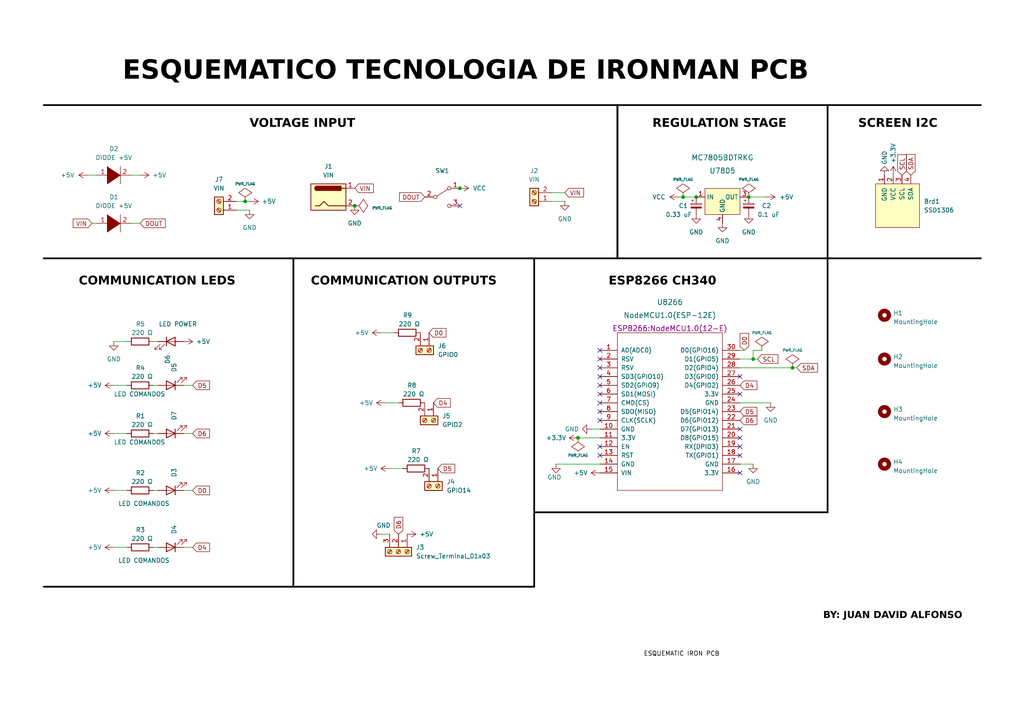
<source format=kicad_sch>
(kicad_sch (version 20230121) (generator eeschema)
  (paper "A4")
  (lib_symbols
    (symbol "Connector:Barrel_Jack" (pin_names (offset 1.016))
      (property "Reference" "J" (at 0 5.334 0))
      (property "Value" "Barrel_Jack" (at 0 -5.08 0))
      (symbol "Barrel_Jack_0_1"
        (rectangle (start -5.08 3.81) (end 5.08 -3.81) (stroke (width 0.254)) (fill (type background)))
        (arc (start -3.302 3.175) (mid -3.9343 2.54) (end -3.302 1.905) (stroke (width 0.254)))
        (arc (start -3.302 3.175) (mid -3.9343 2.54) (end -3.302 1.905) (stroke (width 0.254)) (fill (type outline)))
        (polyline (pts (xy 5.08 2.54) (xy 3.81 2.54)) (stroke (width 0.254)))
        (polyline (pts (xy -3.81 -2.54) (xy -2.54 -2.54) (xy -1.27 -1.27) (xy 0 -2.54) (xy 2.54 -2.54) (xy 5.08 -2.54)) (stroke (width 0.254)))
        (rectangle (start 3.683 3.175) (end -3.302 1.905) (stroke (width 0.254)) (fill (type outline)))
      )
      (symbol "Barrel_Jack_1_1"
        (pin passive line (at 7.62 2.54 180) (length 2.54) (name "~") (number "1"))
        (pin passive line (at 7.62 -2.54 180) (length 2.54) (name "~") (number "2"))
      )
    )
    (symbol "Connector:Screw_Terminal_01x02" (pin_names (offset 1.016) hide)
      (property "Reference" "J" (at 0 2.54 0))
      (property "Value" "Screw_Terminal_01x02" (at 0 -5.08 0))
      (symbol "Screw_Terminal_01x02_1_1"
        (rectangle (start -1.27 1.27) (end 1.27 -3.81) (stroke (width 0.254)) (fill (type background)))
        (circle (center 0 -2.54) (radius 0.635) (stroke (width 0.1524)))
        (polyline (pts (xy -0.5334 -2.2098) (xy 0.3302 -3.048)) (stroke (width 0.1524)))
        (polyline (pts (xy -0.5334 0.3302) (xy 0.3302 -0.508)) (stroke (width 0.1524)))
        (polyline (pts (xy -0.3556 -2.032) (xy 0.508 -2.8702)) (stroke (width 0.1524)))
        (polyline (pts (xy -0.3556 0.508) (xy 0.508 -0.3302)) (stroke (width 0.1524)))
        (circle (center 0 0) (radius 0.635) (stroke (width 0.1524)))
        (pin passive line (at -5.08 0 0) (length 3.81) (name "Pin_1") (number "1"))
        (pin passive line (at -5.08 -2.54 0) (length 3.81) (name "Pin_2") (number "2"))
      )
    )
    (symbol "Connector:Screw_Terminal_01x03" (pin_names (offset 1.016) hide)
      (property "Reference" "J" (at 0 5.08 0))
      (property "Value" "Screw_Terminal_01x03" (at 0 -5.08 0))
      (symbol "Screw_Terminal_01x03_1_1"
        (rectangle (start -1.27 3.81) (end 1.27 -3.81) (stroke (width 0.254)) (fill (type background)))
        (circle (center 0 -2.54) (radius 0.635) (stroke (width 0.1524)))
        (polyline (pts (xy -0.5334 -2.2098) (xy 0.3302 -3.048)) (stroke (width 0.1524)))
        (polyline (pts (xy -0.5334 0.3302) (xy 0.3302 -0.508)) (stroke (width 0.1524)))
        (polyline (pts (xy -0.5334 2.8702) (xy 0.3302 2.032)) (stroke (width 0.1524)))
        (polyline (pts (xy -0.3556 -2.032) (xy 0.508 -2.8702)) (stroke (width 0.1524)))
        (polyline (pts (xy -0.3556 0.508) (xy 0.508 -0.3302)) (stroke (width 0.1524)))
        (polyline (pts (xy -0.3556 3.048) (xy 0.508 2.2098)) (stroke (width 0.1524)))
        (circle (center 0 0) (radius 0.635) (stroke (width 0.1524)))
        (circle (center 0 2.54) (radius 0.635) (stroke (width 0.1524)))
        (pin passive line (at -5.08 2.54 0) (length 3.81) (name "Pin_1") (number "1"))
        (pin passive line (at -5.08 0 0) (length 3.81) (name "Pin_2") (number "2"))
        (pin passive line (at -5.08 -2.54 0) (length 3.81) (name "Pin_3") (number "3"))
      )
    )
    (symbol "Device:C_Polarized_Small" (pin_numbers hide) (pin_names (offset 0.254) hide)
      (property "Reference" "C" (at 0.254 1.778 0))
      (property "Value" "C_Polarized_Small" (at 0.254 -2.032 0))
      (symbol "C_Polarized_Small_0_1"
        (rectangle (start -1.524 -0.3048) (end 1.524 -0.6858) (fill (type outline)))
        (rectangle (start -1.524 0.6858) (end 1.524 0.3048))
        (polyline (pts (xy -1.27 1.524) (xy -0.762 1.524)))
        (polyline (pts (xy -1.016 1.27) (xy -1.016 1.778)))
      )
      (symbol "C_Polarized_Small_1_1"
        (pin passive line (at 0 2.54 270) (length 1.8542) (name "~") (number "1"))
        (pin passive line (at 0 -2.54 90) (length 1.8542) (name "~") (number "2"))
      )
    )
    (symbol "Device:LED" (pin_numbers hide) (pin_names (offset 1.016) hide)
      (property "Reference" "D" (at 0 2.54 0))
      (property "Value" "LED" (at 0 -2.54 0))
      (symbol "LED_0_1"
        (polyline (pts (xy -1.27 -1.27) (xy -1.27 1.27)) (stroke (width 0.254)))
        (polyline (pts (xy -1.27 0) (xy 1.27 0)))
        (polyline (pts (xy 1.27 -1.27) (xy 1.27 1.27) (xy -1.27 0) (xy 1.27 -1.27)) (stroke (width 0.254)))
        (polyline (pts (xy -3.048 -0.762) (xy -4.572 -2.286) (xy -3.81 -2.286) (xy -4.572 -2.286) (xy -4.572 -1.524)))
        (polyline (pts (xy -1.778 -0.762) (xy -3.302 -2.286) (xy -2.54 -2.286) (xy -3.302 -2.286) (xy -3.302 -1.524)))
      )
      (symbol "LED_1_1"
        (pin passive line (at -3.81 0 0) (length 2.54) (name "K") (number "1"))
        (pin passive line (at 3.81 0 180) (length 2.54) (name "A") (number "2"))
      )
    )
    (symbol "Device:R" (pin_numbers hide) (pin_names (offset 0))
      (property "Reference" "R" (at 2.032 0 90))
      (property "Value" "R" (at 0 0 90))
      (symbol "R_0_1"
        (rectangle (start -1.016 -2.54) (end 1.016 2.54) (stroke (width 0.254)))
      )
      (symbol "R_1_1"
        (pin passive line (at 0 3.81 270) (length 1.27) (name "~") (number "1"))
        (pin passive line (at 0 -3.81 90) (length 1.27) (name "~") (number "2"))
      )
    )
    (symbol "ESP8266:NodeMCU1.0(ESP-12E)" (pin_names (offset 1.016))
      (property "Reference" "U" (at 0 21.59 0))
      (property "Value" "NodeMCU1.0(ESP-12E)" (at 0 -21.59 0))
      (symbol "NodeMCU1.0(ESP-12E)_0_1"
        (rectangle (start -15.24 -22.86) (end 15.24 22.86))
      )
      (symbol "NodeMCU1.0(ESP-12E)_1_1"
        (pin input line (at -20.32 17.78 0) (length 5.08) (name "A0(ADC0)") (number "1"))
        (pin input line (at -20.32 -5.08 0) (length 5.08) (name "GND") (number "10"))
        (pin input line (at -20.32 -7.62 0) (length 5.08) (name "3.3V") (number "11"))
        (pin input line (at -20.32 -10.16 0) (length 5.08) (name "EN") (number "12"))
        (pin input line (at -20.32 -12.7 0) (length 5.08) (name "RST") (number "13"))
        (pin input line (at -20.32 -15.24 0) (length 5.08) (name "GND") (number "14"))
        (pin input line (at -20.32 -17.78 0) (length 5.08) (name "VIN") (number "15"))
        (pin input line (at 20.32 -17.78 180) (length 5.08) (name "3.3V") (number "16"))
        (pin input line (at 20.32 -15.24 180) (length 5.08) (name "GND") (number "17"))
        (pin input line (at 20.32 -12.7 180) (length 5.08) (name "TX(GPIO1)") (number "18"))
        (pin input line (at 20.32 -10.16 180) (length 5.08) (name "RX(DPIO3)") (number "19"))
        (pin input line (at -20.32 15.24 0) (length 5.08) (name "RSV") (number "2"))
        (pin input line (at 20.32 -7.62 180) (length 5.08) (name "D8(GPIO15)") (number "20"))
        (pin input line (at 20.32 -5.08 180) (length 5.08) (name "D7(GPIO13)") (number "21"))
        (pin input line (at 20.32 -2.54 180) (length 5.08) (name "D6(GPIO12)") (number "22"))
        (pin input line (at 20.32 0 180) (length 5.08) (name "D5(GPIO14)") (number "23"))
        (pin input line (at 20.32 2.54 180) (length 5.08) (name "GND") (number "24"))
        (pin input line (at 20.32 5.08 180) (length 5.08) (name "3.3V") (number "25"))
        (pin input line (at 20.32 7.62 180) (length 5.08) (name "D4(GPIO2)") (number "26"))
        (pin input line (at 20.32 10.16 180) (length 5.08) (name "D3(GPIO0)") (number "27"))
        (pin input line (at 20.32 12.7 180) (length 5.08) (name "D2(GPIO4)") (number "28"))
        (pin input line (at 20.32 15.24 180) (length 5.08) (name "D1(GPIO5)") (number "29"))
        (pin input line (at -20.32 12.7 0) (length 5.08) (name "RSV") (number "3"))
        (pin input line (at 20.32 17.78 180) (length 5.08) (name "D0(GPIO16)") (number "30"))
        (pin input line (at -20.32 10.16 0) (length 5.08) (name "SD3(GPIO10)") (number "4"))
        (pin input line (at -20.32 7.62 0) (length 5.08) (name "SD2(GPIO9)") (number "5"))
        (pin input line (at -20.32 5.08 0) (length 5.08) (name "SD1(MOSI)") (number "6"))
        (pin input line (at -20.32 2.54 0) (length 5.08) (name "CMD(CS)") (number "7"))
        (pin input line (at -20.32 0 0) (length 5.08) (name "SDO(MISO)") (number "8"))
        (pin input line (at -20.32 -2.54 0) (length 5.08) (name "CLK(SCLK)") (number "9"))
      )
    )
    (symbol "IFS-Power:GND" (power) (pin_names (offset 0))
      (property "Value" "GND" (at 0 -3.81 0))
      (symbol "GND_0_1"
        (polyline (pts (xy 0 0) (xy 0 -1.27) (xy 1.27 -1.27) (xy 0 -2.54) (xy -1.27 -1.27) (xy 0 -1.27)))
      )
      (symbol "GND_1_1"
        (pin power_in line (at 0 0 270) (length 0) hide (name "GND") (number "1"))
      )
    )
    (symbol "IFS-Power:PWR_FLAG" (power) (pin_numbers hide) (pin_names (offset 0) hide)
      (property "Value" "PWR_FLAG" (at 0 4.572 0))
      (symbol "PWR_FLAG_0_0"
        (pin power_out line (at 0 0 90) (length 0) (name "pwr") (number "1"))
      )
      (symbol "PWR_FLAG_0_1"
        (polyline (pts (xy 0 0) (xy 0 1.27) (xy -1.905 2.54) (xy 0 3.81) (xy 1.905 2.54) (xy 0 1.27)))
      )
    )
    (symbol "Mechanical:MountingHole" (pin_names (offset 1.016))
      (property "Reference" "H" (at 0 5.08 0))
      (property "Value" "MountingHole" (at 0 3.175 0))
      (symbol "MountingHole_0_1"
        (circle (center 0 0) (radius 1.27) (stroke (width 1.27)))
      )
    )
    (symbol "SSD1306-128x64_OLED:SSD1306" (pin_names (offset 1.016))
      (property "Reference" "Brd" (at 0 -3.81 0))
      (property "Value" "SSD1306" (at 0 -1.27 0))
      (symbol "SSD1306_0_1"
        (rectangle (start -6.35 6.35) (end 6.35 -6.35) (fill (type background)))
      )
      (symbol "SSD1306_1_1"
        (pin input line (at -3.81 8.89 270) (length 2.54) (name "GND") (number "1"))
        (pin input line (at -1.27 8.89 270) (length 2.54) (name "VCC") (number "2"))
        (pin input line (at 1.27 8.89 270) (length 2.54) (name "SCL") (number "3"))
        (pin input line (at 3.81 8.89 270) (length 2.54) (name "SDA") (number "4"))
      )
    )
    (symbol "Switch:SW_SPDT" (pin_names (offset 0) hide)
      (property "Reference" "SW" (at 0 4.318 0))
      (property "Value" "SW_SPDT" (at 0 -5.08 0))
      (symbol "SW_SPDT_0_0"
        (circle (center -2.032 0) (radius 0.508))
        (circle (center 2.032 -2.54) (radius 0.508))
      )
      (symbol "SW_SPDT_0_1"
        (polyline (pts (xy -1.524 0.254) (xy 1.651 2.286)))
        (circle (center 2.032 2.54) (radius 0.508))
      )
      (symbol "SW_SPDT_1_1"
        (pin passive line (at 5.08 2.54 180) (length 2.54) (name "A") (number "1"))
        (pin passive line (at -5.08 0 0) (length 2.54) (name "B") (number "2"))
        (pin passive line (at 5.08 -2.54 180) (length 2.54) (name "C") (number "3"))
      )
    )
    (symbol "dk_PMIC-Voltage-Regulators-Linear:MC7805BDTRKG"
      (property "Reference" "U" (at 0 3.81 0))
      (property "Value" "MC7805BDTRKG" (at 0 6.35 0))
      (symbol "MC7805BDTRKG_0_1"
        (rectangle (start -5.08 2.54) (end 5.08 -5.08) (fill (type background)))
      )
      (symbol "MC7805BDTRKG_1_1"
        (pin input line (at -7.62 0 0) (length 2.54) (name "IN") (number "1"))
        (pin output line (at 7.62 0 180) (length 2.54) (name "OUT") (number "3"))
        (pin power_in line (at 0 -7.62 90) (length 2.54) (name "GND") (number "4"))
      )
    )
    (symbol "power:+3.3V" (power) (pin_names (offset 0))
      (property "Value" "+3.3V" (at 0 3.556 0))
      (symbol "+3.3V_0_1"
        (polyline (pts (xy -0.762 1.27) (xy 0 2.54)))
        (polyline (pts (xy 0 0) (xy 0 2.54)))
        (polyline (pts (xy 0 2.54) (xy 0.762 1.27)))
      )
      (symbol "+3.3V_1_1"
        (pin power_in line (at 0 0 90) (length 0) hide (name "+3.3V") (number "1"))
      )
    )
    (symbol "power:+5V" (power) (pin_names (offset 0))
      (property "Value" "+5V" (at 0 3.556 0))
      (symbol "+5V_0_1"
        (polyline (pts (xy -0.762 1.27) (xy 0 2.54)))
        (polyline (pts (xy 0 0) (xy 0 2.54)))
        (polyline (pts (xy 0 2.54) (xy 0.762 1.27)))
      )
      (symbol "+5V_1_1"
        (pin power_in line (at 0 0 90) (length 0) hide (name "+5V") (number "1"))
      )
    )
    (symbol "power:GND" (power) (pin_names (offset 0))
      (property "Value" "GND" (at 0 -3.81 0))
      (symbol "GND_0_1"
        (polyline (pts (xy 0 0) (xy 0 -1.27) (xy 1.27 -1.27) (xy 0 -2.54) (xy -1.27 -1.27) (xy 0 -1.27)))
      )
      (symbol "GND_1_1"
        (pin power_in line (at 0 0 270) (length 0) hide (name "GND") (number "1"))
      )
    )
    (symbol "power:VCC" (power) (pin_names (offset 0))
      (property "Value" "VCC" (at 0 3.81 0))
      (symbol "VCC_0_1"
        (polyline (pts (xy -0.762 1.27) (xy 0 2.54)))
        (polyline (pts (xy 0 0) (xy 0 2.54)))
        (polyline (pts (xy 0 2.54) (xy 0.762 1.27)))
      )
      (symbol "VCC_1_1"
        (pin power_in line (at 0 0 90) (length 0) hide (name "VCC") (number "1"))
      )
    )
    (symbol "pspice:DIODE" (pin_names (offset 1.016) hide)
      (property "Reference" "D" (at 0 3.81 0))
      (property "Value" "DIODE" (at 0 -4.445 0))
      (symbol "DIODE_0_1"
        (polyline (pts (xy 1.905 2.54) (xy 1.905 -2.54)))
        (polyline (pts (xy -1.905 2.54) (xy -1.905 -2.54) (xy 1.905 0)) (fill (type outline)))
      )
      (symbol "DIODE_1_1"
        (pin input line (at -5.08 0 0) (length 3.81) (name "K") (number "1"))
        (pin input line (at 5.08 0 180) (length 3.81) (name "A") (number "2"))
      )
    )
  )
  (junction (at 71.12 58.42))
  (junction (at 102.87 59.69))
  (junction (at 217.17 57.15))
  (junction (at 229.87 106.68))
  (junction (at 198.12 57.15))
  (junction (at 167.64 127))
  (junction (at 201.93 57.15))
  (junction (at 133.35 54.61))
  (junction (at 218.44 104.14))
  (no_connect (at 214.63 132.08))
  (no_connect (at 173.99 114.3))
  (no_connect (at 214.63 109.22))
  (no_connect (at 214.63 124.46))
  (no_connect (at 173.99 132.08))
  (no_connect (at 214.63 137.16))
  (no_connect (at 173.99 109.22))
  (no_connect (at 173.99 106.68))
  (no_connect (at 173.99 101.6))
  (no_connect (at 173.99 104.14))
  (no_connect (at 173.99 116.84))
  (no_connect (at 173.99 129.54))
  (no_connect (at 214.63 114.3))
  (no_connect (at 173.99 121.92))
  (no_connect (at 173.99 111.76))
  (no_connect (at 214.63 127))
  (no_connect (at 173.99 119.38))
  (no_connect (at 133.35 59.69))
  (no_connect (at 214.63 129.54))
  (polyline (pts (xy 179.07 30.48) (xy 240.03 30.48)) (stroke (width 0.5) (color 0 0 0 1)))
  (wire (pts (xy 55.88 142.24) (xy 53.34 142.24)))
  (wire (pts (xy 220.98 101.6) (xy 218.44 101.6)))
  (wire (pts (xy 45.72 99.06) (xy 44.45 99.06)))
  (wire (pts (xy 45.72 111.76) (xy 44.45 111.76)))
  (wire (pts (xy 214.63 106.68) (xy 229.87 106.68)))
  (wire (pts (xy 33.02 142.24) (xy 36.83 142.24)))
  (wire (pts (xy 110.49 96.52) (xy 114.3 96.52)))
  (wire (pts (xy 214.63 104.14) (xy 218.44 104.14)))
  (wire (pts (xy 38.1 64.77) (xy 40.64 64.77)))
  (wire (pts (xy 71.12 58.42) (xy 72.39 58.42)))
  (wire (pts (xy 55.88 125.73) (xy 53.34 125.73)))
  (wire (pts (xy 45.72 125.73) (xy 44.45 125.73)))
  (polyline (pts (xy 179.07 30.48) (xy 179.07 74.93)) (stroke (width 0.5) (color 0 0 0 1)))
  (wire (pts (xy 161.29 134.62) (xy 173.99 134.62)))
  (wire (pts (xy 45.72 158.75) (xy 44.45 158.75)))
  (wire (pts (xy 113.03 135.89) (xy 116.84 135.89)))
  (wire (pts (xy 219.71 104.14) (xy 218.44 104.14)))
  (polyline (pts (xy 154.94 148.59) (xy 240.03 148.59)) (stroke (width 0.5) (color 0 0 0 1)))
  (wire (pts (xy 45.72 142.24) (xy 44.45 142.24)))
  (wire (pts (xy 171.45 124.46) (xy 173.99 124.46)))
  (polyline (pts (xy 85.09 170.18) (xy 154.94 170.18)) (stroke (width 0.5) (color 0 0 0 1)))
  (wire (pts (xy 223.52 116.84) (xy 214.63 116.84)))
  (wire (pts (xy 214.63 101.6) (xy 215.9 101.6)))
  (polyline (pts (xy 12.7 74.93) (xy 179.07 74.93)) (stroke (width 0.5) (color 0 0 0 1)))
  (polyline (pts (xy 12.7 170.18) (xy 85.09 170.18)) (stroke (width 0.5) (color 0 0 0 1)))
  (wire (pts (xy 55.88 158.75) (xy 53.34 158.75)))
  (wire (pts (xy 110.49 154.94) (xy 113.03 154.94)))
  (wire (pts (xy 160.02 58.42) (xy 163.83 58.42)))
  (wire (pts (xy 218.44 101.6) (xy 218.44 104.14)))
  (wire (pts (xy 25.4 50.8) (xy 27.94 50.8)))
  (polyline (pts (xy 240.03 30.48) (xy 240.03 74.93)) (stroke (width 0.5) (color 0 0 0 1)))
  (wire (pts (xy 173.99 127) (xy 167.64 127)))
  (wire (pts (xy 214.63 134.62) (xy 218.44 134.62)))
  (wire (pts (xy 198.12 57.15) (xy 201.93 57.15)))
  (polyline (pts (xy 85.09 74.93) (xy 85.09 170.18)) (stroke (width 0.5) (color 0 0 0 1)))
  (wire (pts (xy 196.85 57.15) (xy 198.12 57.15)))
  (polyline (pts (xy 240.03 148.59) (xy 240.03 74.93)) (stroke (width 0.5) (color 0 0 0 1)))
  (wire (pts (xy 229.87 106.68) (xy 231.14 106.68)))
  (wire (pts (xy 111.76 116.84) (xy 115.57 116.84)))
  (polyline (pts (xy 154.94 170.18) (xy 154.94 74.93)) (stroke (width 0.5) (color 0 0 0 1)))
  (wire (pts (xy 33.02 125.73) (xy 36.83 125.73)))
  (wire (pts (xy 160.02 55.88) (xy 163.83 55.88)))
  (wire (pts (xy 68.58 58.42) (xy 71.12 58.42)))
  (wire (pts (xy 134.62 54.61) (xy 133.35 54.61)))
  (wire (pts (xy 33.02 111.76) (xy 36.83 111.76)))
  (wire (pts (xy 33.02 158.75) (xy 36.83 158.75)))
  (wire (pts (xy 68.58 60.96) (xy 72.39 60.96)))
  (polyline (pts (xy 179.07 74.93) (xy 284.48 74.93)) (stroke (width 0.5) (color 0 0 0 1)))
  (wire (pts (xy 55.88 111.76) (xy 53.34 111.76)))
  (wire (pts (xy 26.67 64.77) (xy 27.94 64.77)))
  (polyline (pts (xy 12.7 30.48) (xy 179.07 30.48)) (stroke (width 0.5) (color 0 0 0 1)))
  (wire (pts (xy 33.02 99.06) (xy 36.83 99.06)))
  (polyline (pts (xy 240.03 30.48) (xy 284.48 30.48)) (stroke (width 0.5) (color 0 0 0 1)))
  (wire (pts (xy 217.17 57.15) (xy 222.25 57.15)))
  (wire (pts (xy 40.64 50.8) (xy 38.1 50.8)))
  (polyline (pts (xy 179.07 74.93) (xy 179.07 30.48)) (stroke (width 0.5) (color 0 0 0 1)))
  (text "ESQUEMATICO TECNOLOGIA DE IRONMAN PCB " (at 35.56 25.4 0) (effects (font (size 5.5 5.5) (thickness 1.1) bold) (justify left bottom)))
  (text "COMMUNICATION OUTPUTS" (at 90.17 83.82 0) (effects (font (size 2.5 2.5) (thickness 0.6) bold) (justify left bottom)))
  (text "SCREEN I2C\n" (at 248.92 38.1 0) (effects (font (size 2.5 2.5) (thickness 0.5) bold) (justify left bottom)))
  (text "ESQUEMATIC IRON PCB" (at 186.69 190.5 0) (effects (font (size 1.27 1.27)) (justify left bottom)))
  (text "VOLTAGE INPUT" (at 72.39 38.1 0) (effects (font (size 2.5 2.5) (thickness 0.6) bold) (justify left bottom)))
  (text "ESP8266 CH340 \n" (at 176.53 83.82 0) (effects (font (size 2.5 2.5) (thickness 0.6) bold) (justify left bottom)))
  (text "REGULATION STAGE" (at 189.23 38.1 0) (effects (font (size 2.5 2.5) (thickness 0.6) bold) (justify left bottom)))
  (text "COMMUNICATION LEDS" (at 22.86 83.82 0) (effects (font (size 2.5 2.5) (thickness 0.6) bold) (justify left bottom)))
  (text "BY: JUAN DAVID ALFONSO\n" (at 238.76 180.34 0) (effects (font (size 2 2) (thickness 0.4) bold) (justify left bottom)))
  (global_label "D6" (shape input) (at 55.88 125.73 0) (property "Intersheetrefs" "${INTERSHEET_REFS}" (effects hide)))
  (global_label "DOUT" (shape input) (at 123.19 57.15 180) (property "Intersheetrefs" "${INTERSHEET_REFS}" (effects hide)))
  (global_label "D5" (shape input) (at 55.88 111.76 0) (property "Intersheetrefs" "${INTERSHEET_REFS}" (effects hide)))
  (global_label "D6" (shape input) (at 115.57 154.94 90) (property "Intersheetrefs" "${INTERSHEET_REFS}" (effects hide)))
  (global_label "D6" (shape input) (at 214.63 121.92 0) (property "Intersheetrefs" "${INTERSHEET_REFS}" (effects hide)))
  (global_label "D0" (shape input) (at 215.9 101.6 90) (property "Intersheetrefs" "${INTERSHEET_REFS}" (effects hide)))
  (global_label "D5" (shape input) (at 214.63 119.38 0) (property "Intersheetrefs" "${INTERSHEET_REFS}" (effects hide)))
  (global_label "SDA" (shape input) (at 264.16 50.8 90) (property "Intersheetrefs" "${INTERSHEET_REFS}" (effects hide)))
  (global_label "D0" (shape input) (at 124.46 96.52 0) (property "Intersheetrefs" "${INTERSHEET_REFS}" (effects hide)))
  (global_label "VIN" (shape input) (at 102.87 54.61 0) (property "Intersheetrefs" "${INTERSHEET_REFS}" (effects hide)))
  (global_label "D4" (shape input) (at 214.63 111.76 0) (property "Intersheetrefs" "${INTERSHEET_REFS}" (effects hide)))
  (global_label "DOUT" (shape input) (at 40.64 64.77 0) (property "Intersheetrefs" "${INTERSHEET_REFS}" (effects hide)))
  (global_label "SCL" (shape input) (at 261.62 50.8 90) (property "Intersheetrefs" "${INTERSHEET_REFS}" (effects hide)))
  (global_label "D5" (shape input) (at 127 135.89 0) (property "Intersheetrefs" "${INTERSHEET_REFS}" (effects hide)))
  (global_label "SCL" (shape input) (at 219.71 104.14 0) (property "Intersheetrefs" "${INTERSHEET_REFS}" (effects hide)))
  (global_label "D4" (shape input) (at 55.88 158.75 0) (property "Intersheetrefs" "${INTERSHEET_REFS}" (effects hide)))
  (global_label "VIN" (shape input) (at 26.67 64.77 180) (property "Intersheetrefs" "${INTERSHEET_REFS}" (effects hide)))
  (global_label "D0" (shape input) (at 55.88 142.24 0) (property "Intersheetrefs" "${INTERSHEET_REFS}" (effects hide)))
  (global_label "SDA" (shape input) (at 231.14 106.68 0) (property "Intersheetrefs" "${INTERSHEET_REFS}" (effects hide)))
  (global_label "D4" (shape input) (at 125.73 116.84 0) (property "Intersheetrefs" "${INTERSHEET_REFS}" (effects hide)))
  (global_label "VIN" (shape input) (at 163.83 55.88 0) (property "Intersheetrefs" "${INTERSHEET_REFS}" (effects hide)))
  (symbol (lib_id "power:VCC") (at 196.85 57.15 90) (unit 1)
    (property "Reference" "#PWR04" (effects hide))
    (property "Value" "VCC" (at 193.04 57.1499 90) (effects (justify left)))
  )
  (symbol (lib_id "IFS-Power:GND") (at 161.29 134.62 0) (unit 1)
    (property "Reference" "#PWR011" (effects hide))
    (property "Value" "GND" (at 158.75 138.43 0) (effects (justify left)))
  )
  (symbol (lib_id "power:+5V") (at 222.25 57.15 270) (unit 1)
    (property "Reference" "#PWR08" (effects hide))
    (property "Value" "+5V" (at 226.06 57.1499 90) (effects (justify left)))
  )
  (symbol (lib_id "IFS-Power:GND") (at 163.83 58.42 0) (unit 1)
    (property "Reference" "#PWR03" (effects hide))
    (property "Value" "GND" (at 163.83 63.5 0))
  )
  (symbol (lib_id "Device:R") (at 40.64 99.06 270) (unit 1)
    (property "Reference" "R5" (at 39.37 93.98 90) (effects (justify left)))
    (property "Value" "220 Ω" (at 38.1 96.52 90) (effects (justify left)))
    (property "Footprint" "Resistor_SMD:R_1206_3216Metric" (effects hide))
  )
  (symbol (lib_id "power:+5V") (at 113.03 135.89 90) (unit 1)
    (property "Reference" "#PWR016" (effects hide))
    (property "Value" "+5V" (at 105.41 135.89 90) (effects (justify right)))
  )
  (symbol (lib_id "Mechanical:MountingHole") (at 256.54 104.14 0) (unit 1)
    (property "Reference" "H2" (at 259.08 103.505 0) (effects (justify left)))
    (property "Value" "MountingHole" (at 259.08 106.045 0) (effects (justify left)))
    (property "Footprint" "MountingHole:MountingHole_3.2mm_M3_Pad_Via" (effects hide))
  )
  (symbol (lib_id "power:+5V") (at 118.11 154.94 270) (unit 1)
    (property "Reference" "#PWR029" (effects hide))
    (property "Value" "+5V" (at 125.73 154.94 90) (effects (justify right)))
  )
  (symbol (lib_id "power:+5V") (at 40.64 50.8 270) (unit 1)
    (property "Reference" "#PWR022" (effects hide))
    (property "Value" "+5V" (at 48.26 50.8 90) (effects (justify right)))
  )
  (symbol (lib_id "Connector:Screw_Terminal_01x02") (at 154.94 58.42 180) (unit 1)
    (property "Reference" "J2" (at 154.94 49.53 0))
    (property "Value" "VIN" (at 154.94 52.07 0))
    (property "Footprint" "TerminalBlock_Phoenix:TerminalBlock_Phoenix_MKDS-1,5-2_1x02_P5.00mm_Horizontal" (effects hide))
  )
  (symbol (lib_id "pspice:DIODE") (at 33.02 64.77 0) (unit 1)
    (property "Reference" "D1" (at 33.02 57.15 0))
    (property "Value" "DIODE +5V" (at 33.02 59.69 0))
    (property "Footprint" "digikey-footprints:DO-214AC" (effects hide))
  )
  (symbol (lib_id "IFS-Power:GND") (at 72.39 60.96 0) (unit 1)
    (property "Reference" "#PWR030" (effects hide))
    (property "Value" "GND" (at 72.39 66.04 0))
  )
  (symbol (lib_id "Device:R") (at 40.64 125.73 270) (unit 1)
    (property "Reference" "R1" (at 39.37 120.65 90) (effects (justify left)))
    (property "Value" "220 Ω" (at 38.1 123.19 90) (effects (justify left)))
    (property "Footprint" "Resistor_SMD:R_1206_3216Metric" (effects hide))
  )
  (symbol (lib_id "IFS-Power:GND") (at 223.52 116.84 0) (unit 1)
    (property "Reference" "#PWR012" (effects hide))
    (property "Value" "GND" (at 223.52 121.92 0))
  )
  (symbol (lib_id "power:VCC") (at 133.35 54.61 270) (unit 1)
    (property "Reference" "#PWR02" (effects hide))
    (property "Value" "VCC" (at 137.16 54.6099 90) (effects (justify left)))
  )
  (symbol (lib_id "power:+3.3V") (at 167.64 127 90) (unit 1)
    (property "Reference" "#PWR021" (effects hide))
    (property "Value" "+3.3V" (at 161.29 127 90))
  )
  (symbol (lib_id "Device:R") (at 120.65 135.89 270) (unit 1)
    (property "Reference" "R7" (at 119.38 130.81 90) (effects (justify left)))
    (property "Value" "220 Ω" (at 118.11 133.35 90) (effects (justify left)))
    (property "Footprint" "Resistor_SMD:R_1206_3216Metric" (effects hide))
  )
  (symbol (lib_id "IFS-Power:PWR_FLAG") (at 217.17 57.15 0) (unit 1)
    (property "Reference" "#FLG03" (effects hide))
    (property "Value" "PWR_FLAG" (at 217.17 52.07 0) (effects (font (size 0.762 0.762))))
  )
  (symbol (lib_id "IFS-Power:GND") (at 171.45 124.46 270) (unit 1)
    (property "Reference" "#PWR010" (effects hide))
    (property "Value" "GND" (at 163.83 124.46 90) (effects (justify left)))
  )
  (symbol (lib_id "power:+5V") (at 53.34 99.06 270) (unit 1)
    (property "Reference" "#PWR028" (effects hide))
    (property "Value" "+5V" (at 60.96 99.06 90) (effects (justify right)))
  )
  (symbol (lib_id "Device:LED") (at 49.53 111.76 180) (unit 1)
    (property "Reference" "D5" (at 50.4825 107.95 90) (effects (justify right)))
    (property "Value" "LED COMANDOS" (at 33.02 114.3 0) (effects (justify right)))
    (property "Footprint" "LED_THT:LED_D3.0mm" (effects hide))
  )
  (symbol (lib_id "IFS-Power:PWR_FLAG") (at 198.12 57.15 0) (unit 1)
    (property "Reference" "#FLG02" (effects hide))
    (property "Value" "PWR_FLAG" (at 198.12 52.07 0) (effects (font (size 0.762 0.762))))
  )
  (symbol (lib_id "IFS-Power:PWR_FLAG") (at 167.64 127 180) (unit 1)
    (property "Reference" "#FLG04" (effects hide))
    (property "Value" "PWR_FLAG" (at 167.64 132.08 0) (effects (font (size 0.762 0.762))))
  )
  (symbol (lib_id "IFS-Power:GND") (at 209.55 64.77 0) (unit 1)
    (property "Reference" "#PWR06" (effects hide))
    (property "Value" "GND" (at 209.55 69.85 0))
  )
  (symbol (lib_id "Device:R") (at 40.64 142.24 270) (unit 1)
    (property "Reference" "R2" (at 39.37 137.16 90) (effects (justify left)))
    (property "Value" "220 Ω" (at 38.1 139.7 90) (effects (justify left)))
    (property "Footprint" "Resistor_SMD:R_1206_3216Metric" (effects hide))
  )
  (symbol (lib_id "Mechanical:MountingHole") (at 256.54 134.62 0) (unit 1)
    (property "Reference" "H4" (at 259.08 133.985 0) (effects (justify left)))
    (property "Value" "MountingHole" (at 259.08 136.525 0) (effects (justify left)))
    (property "Footprint" "MountingHole:MountingHole_3.2mm_M3_Pad_Via" (effects hide))
  )
  (symbol (lib_id "power:GND") (at 33.02 99.06 0) (unit 1)
    (property "Reference" "#PWR018" (effects hide))
    (property "Value" "GND" (at 33.02 104.14 0))
  )
  (symbol (lib_id "Device:R") (at 40.64 111.76 270) (unit 1)
    (property "Reference" "R4" (at 39.37 106.68 90) (effects (justify left)))
    (property "Value" "220 Ω" (at 38.1 109.22 90) (effects (justify left)))
    (property "Footprint" "Resistor_SMD:R_1206_3216Metric" (effects hide))
  )
  (symbol (lib_id "Mechanical:MountingHole") (at 256.54 91.44 0) (unit 1)
    (property "Reference" "H1" (at 259.08 90.805 0) (effects (justify left)))
    (property "Value" "MountingHole" (at 259.08 93.345 0) (effects (justify left)))
    (property "Footprint" "MountingHole:MountingHole_3.2mm_M3_Pad_Via" (effects hide))
  )
  (symbol (lib_id "Device:LED") (at 49.53 125.73 180) (unit 1)
    (property "Reference" "D7" (at 50.4825 121.92 90) (effects (justify right)))
    (property "Value" "LED COMANDOS" (at 33.02 128.27 0) (effects (justify right)))
    (property "Footprint" "LED_THT:LED_D3.0mm_FlatTop" (effects hide))
  )
  (symbol (lib_id "power:+5V") (at 110.49 96.52 90) (unit 1)
    (property "Reference" "#PWR014" (effects hide))
    (property "Value" "+5V" (at 102.87 96.52 90) (effects (justify right)))
  )
  (symbol (lib_id "Device:LED") (at 49.53 99.06 0) (unit 1)
    (property "Reference" "D6" (at 48.5775 102.87 90) (effects (justify right)))
    (property "Value" "LED POWER" (at 57.15 93.98 0) (effects (justify right)))
    (property "Footprint" "LED_THT:LED_D3.0mm" (effects hide))
  )
  (symbol (lib_id "Device:LED") (at 49.53 142.24 180) (unit 1)
    (property "Reference" "D3" (at 50.4825 138.43 90) (effects (justify right)))
    (property "Value" "LED COMANDOS" (at 34.29 146.05 0) (effects (justify right)))
    (property "Footprint" "LED_THT:LED_D3.0mm" (effects hide))
  )
  (symbol (lib_id "IFS-Power:PWR_FLAG") (at 229.87 106.68 0) (unit 1)
    (property "Reference" "#FLG06" (effects hide))
    (property "Value" "PWR_FLAG" (at 229.87 101.6 0) (effects (font (size 0.762 0.762))))
  )
  (symbol (lib_id "power:GND") (at 102.87 59.69 0) (unit 1)
    (property "Reference" "#PWR01" (effects hide))
    (property "Value" "GND" (at 102.87 64.77 0))
  )
  (symbol (lib_id "SSD1306-128x64_OLED:SSD1306") (at 260.35 59.69 0) (unit 1)
    (property "Reference" "Brd1" (at 267.97 58.42 0) (effects (justify left)))
    (property "Value" "SSD1306" (at 267.97 60.96 0) (effects (justify left)))
    (property "Footprint" "FootPrints oled:OLED" (effects hide))
  )
  (symbol (lib_id "IFS-Power:GND") (at 217.17 62.23 0) (unit 1)
    (property "Reference" "#PWR07" (effects hide))
    (property "Value" "GND" (at 217.17 67.31 0))
  )
  (symbol (lib_id "power:+5V") (at 33.02 158.75 90) (unit 1)
    (property "Reference" "#PWR034" (effects hide))
    (property "Value" "+5V" (at 25.4 158.75 90) (effects (justify right)))
  )
  (symbol (lib_id "power:+5V") (at 33.02 142.24 90) (unit 1)
    (property "Reference" "#PWR033" (effects hide))
    (property "Value" "+5V" (at 25.4 142.24 90) (effects (justify right)))
  )
  (symbol (lib_id "power:+5V") (at 25.4 50.8 90) (unit 1)
    (property "Reference" "#PWR023" (effects hide))
    (property "Value" "+5V" (at 21.59 50.8001 90) (effects (justify left)))
  )
  (symbol (lib_id "ESP8266:NodeMCU1.0(ESP-12E)") (at 194.31 119.38 0) (unit 1)
    (property "Reference" "U8266" (at 194.31 87.63 0) (effects (font (size 1.524 1.524))))
    (property "Value" "NodeMCU1.0(ESP-12E)" (at 194.31 91.44 0) (effects (font (size 1.524 1.524))))
    (property "Footprint" "ESP8266:NodeMCU1.0(12-E)" (at 194.31 95.25 0) (effects (font (size 1.524 1.524))))
  )
  (symbol (lib_id "power:GND") (at 256.54 50.8 180) (unit 1)
    (property "Reference" "#PWR019" (effects hide))
    (property "Value" "GND" (at 256.54 45.72 90))
  )
  (symbol (lib_id "Device:C_Polarized_Small") (at 201.93 59.69 0) (unit 1)
    (property "Reference" "C1" (at 196.85 59.69 0) (effects (justify left)))
    (property "Value" "0.33 uF" (at 193.04 62.23 0) (effects (justify left)))
    (property "Footprint" "Capacitor_SMD:CP_Elec_5x5.9" (effects hide))
  )
  (symbol (lib_id "Connector:Screw_Terminal_01x02") (at 124.46 101.6 270) (unit 1)
    (property "Reference" "J6" (at 127 100.33 90) (effects (justify left)))
    (property "Value" "GPIO0" (at 127 102.87 90) (effects (justify left)))
    (property "Footprint" "TerminalBlock_Phoenix:TerminalBlock_Phoenix_MKDS-1,5-2_1x02_P5.00mm_Horizontal" (effects hide))
  )
  (symbol (lib_id "Switch:SW_SPDT") (at 128.27 57.15 0) (unit 1)
    (property "Reference" "SW1" (at 128.27 49.53 0))
    (property "Value" "SWICH" (effects hide))
    (property "Footprint" "Connector_PinHeader_2.54mm:PinHeader_1x03_P2.54mm_Vertical" (effects hide))
  )
  (symbol (lib_id "Connector:Screw_Terminal_01x02") (at 127 140.97 270) (unit 1)
    (property "Reference" "J4" (at 129.54 139.7 90) (effects (justify left)))
    (property "Value" "GPIO14" (at 129.54 142.24 90) (effects (justify left)))
    (property "Footprint" "TerminalBlock_Phoenix:TerminalBlock_Phoenix_MKDS-1,5-2_1x02_P5.00mm_Horizontal" (effects hide))
  )
  (symbol (lib_id "Connector:Screw_Terminal_01x02") (at 63.5 60.96 180) (unit 1)
    (property "Reference" "J7" (at 63.5 52.07 0))
    (property "Value" "VIN" (at 63.5 54.61 0))
    (property "Footprint" "TerminalBlock_Phoenix:TerminalBlock_Phoenix_MKDS-1,5-2_1x02_P5.00mm_Horizontal" (effects hide))
  )
  (symbol (lib_id "pspice:DIODE") (at 33.02 50.8 0) (unit 1)
    (property "Reference" "D2" (at 33.02 43.18 0))
    (property "Value" "DIODE +5V" (at 33.02 45.72 0))
    (property "Footprint" "digikey-footprints:DO-214AC" (effects hide))
  )
  (symbol (lib_id "Device:LED") (at 49.53 158.75 180) (unit 1)
    (property "Reference" "D4" (at 50.4825 154.94 90) (effects (justify right)))
    (property "Value" "LED COMANDOS" (at 34.29 162.56 0) (effects (justify right)))
    (property "Footprint" "LED_THT:LED_D3.0mm" (effects hide))
  )
  (symbol (lib_id "IFS-Power:PWR_FLAG") (at 220.98 101.6 0) (unit 1)
    (property "Reference" "#FLG05" (effects hide))
    (property "Value" "PWR_FLAG" (at 220.98 96.52 0) (effects (font (size 0.762 0.762))))
  )
  (symbol (lib_id "Connector:Screw_Terminal_01x03") (at 115.57 160.02 270) (unit 1)
    (property "Reference" "J3" (at 120.65 158.75 90) (effects (justify left)))
    (property "Value" "Screw_Terminal_01x03" (at 120.65 161.29 90) (effects (justify left)))
    (property "Footprint" "TerminalBlock_Phoenix:TerminalBlock_Phoenix_MKDS-1,5-3_1x03_P5.00mm_Horizontal" (effects hide))
  )
  (symbol (lib_id "power:+5V") (at 173.99 137.16 90) (unit 1)
    (property "Reference" "#PWR09" (effects hide))
    (property "Value" "+5V" (at 166.37 137.16 90) (effects (justify right)))
  )
  (symbol (lib_id "power:+5V") (at 72.39 58.42 270) (unit 1)
    (property "Reference" "#PWR031" (effects hide))
    (property "Value" "+5V" (at 80.01 58.42 90) (effects (justify right)))
  )
  (symbol (lib_id "Connector:Screw_Terminal_01x02") (at 125.73 121.92 270) (unit 1)
    (property "Reference" "J5" (at 128.27 120.65 90) (effects (justify left)))
    (property "Value" "GPIO2" (at 128.27 123.19 90) (effects (justify left)))
    (property "Footprint" "TerminalBlock_Phoenix:TerminalBlock_Phoenix_MKDS-1,5-2_1x02_P5.00mm_Horizontal" (effects hide))
  )
  (symbol (lib_id "Device:C_Polarized_Small") (at 217.17 59.69 0) (unit 1)
    (property "Reference" "C2" (at 220.98 59.69 0) (effects (justify left)))
    (property "Value" "0.1 uF" (at 219.71 62.23 0) (effects (justify left)))
    (property "Footprint" "Capacitor_SMD:CP_Elec_5x5.9" (effects hide))
  )
  (symbol (lib_id "power:+3.3V") (at 259.08 50.8 0) (unit 1)
    (property "Reference" "#PWR020" (effects hide))
    (property "Value" "+3.3V" (at 259.08 44.45 90))
  )
  (symbol (lib_id "Device:R") (at 40.64 158.75 270) (unit 1)
    (property "Reference" "R3" (at 39.37 153.67 90) (effects (justify left)))
    (property "Value" "220 Ω" (at 38.1 156.21 90) (effects (justify left)))
    (property "Footprint" "Resistor_SMD:R_1206_3216Metric" (effects hide))
  )
  (symbol (lib_id "Connector:Barrel_Jack") (at 95.25 57.15 0) (unit 1)
    (property "Reference" "J1" (at 95.25 48.26 0))
    (property "Value" "VIN" (at 95.25 50.8 0))
    (property "Footprint" "Connector_BarrelJack:BarrelJack_CUI_PJ-102AH_Horizontal" (effects hide))
  )
  (symbol (lib_id "power:+5V") (at 33.02 125.73 90) (unit 1)
    (property "Reference" "#PWR032" (effects hide))
    (property "Value" "+5V" (at 25.4 125.73 90) (effects (justify right)))
  )
  (symbol (lib_id "power:+5V") (at 111.76 116.84 90) (unit 1)
    (property "Reference" "#PWR015" (effects hide))
    (property "Value" "+5V" (at 104.14 116.84 90) (effects (justify right)))
  )
  (symbol (lib_id "IFS-Power:GND") (at 201.93 62.23 0) (unit 1)
    (property "Reference" "#PWR05" (effects hide))
    (property "Value" "GND" (at 201.93 67.31 0))
  )
  (symbol (lib_id "Mechanical:MountingHole") (at 256.54 119.38 0) (unit 1)
    (property "Reference" "H3" (at 259.08 118.745 0) (effects (justify left)))
    (property "Value" "MountingHole" (at 259.08 121.285 0) (effects (justify left)))
    (property "Footprint" "MountingHole:MountingHole_3.2mm_M3_Pad_Via" (effects hide))
  )
  (symbol (lib_id "IFS-Power:PWR_FLAG") (at 102.87 59.69 270) (unit 1)
    (property "Reference" "#FLG01" (effects hide))
    (property "Value" "PWR_FLAG" (at 107.95 60.325 90) (effects (font (size 0.762 0.762)) (justify left)))
  )
  (symbol (lib_id "Device:R") (at 118.11 96.52 270) (unit 1)
    (property "Reference" "R9" (at 116.84 91.44 90) (effects (justify left)))
    (property "Value" "220 Ω" (at 115.57 93.98 90) (effects (justify left)))
    (property "Footprint" "Resistor_SMD:R_1206_3216Metric" (effects hide))
  )
  (symbol (lib_id "power:+5V") (at 33.02 111.76 90) (unit 1)
    (property "Reference" "#PWR017" (effects hide))
    (property "Value" "+5V" (at 25.4 111.76 90) (effects (justify right)))
  )
  (symbol (lib_id "Device:R") (at 119.38 116.84 270) (unit 1)
    (property "Reference" "R8" (at 118.11 111.76 90) (effects (justify left)))
    (property "Value" "220 Ω" (at 116.84 114.3 90) (effects (justify left)))
    (property "Footprint" "Resistor_SMD:R_1206_3216Metric" (effects hide))
  )
  (symbol (lib_id "IFS-Power:PWR_FLAG") (at 71.12 58.42 0) (unit 1)
    (property "Reference" "#FLG07" (effects hide))
    (property "Value" "PWR_FLAG" (at 71.12 53.34 0) (effects (font (size 0.762 0.762))))
  )
  (symbol (lib_id "dk_PMIC-Voltage-Regulators-Linear:MC7805BDTRKG") (at 209.55 57.15 0) (unit 1)
    (property "Reference" "U7805" (at 209.55 49.53 0) (effects (font (size 1.524 1.524))))
    (property "Value" "MC7805BDTRKG" (at 209.55 45.72 0) (effects (font (size 1.524 1.524))))
    (property "Footprint" "digikey-footprints:TO-252-3" (effects hide))
    (property "Datasheet" "http://www.onsemi.com/pub/Collateral/MC7800-D.PDF" (effects hide))
    (property "Digi-Key_PN" "MC7805BDTRKGOSCT-ND" (effects hide))
    (property "MPN" "MC7805BDTRKG" (effects hide))
    (property "Category" "Integrated Circuits (ICs)" (effects hide))
    (property "Family" "PMIC - Voltage Regulators - Linear" (effects hide))
    (property "DK_Datasheet_Link" "http://www.onsemi.com/pub/Collateral/MC7800-D.PDF" (effects hide))
    (property "DK_Detail_Page" "/product-detail/en/on-semiconductor/MC7805BDTRKG/MC7805BDTRKGOSCT-ND/1139742" (effects hide))
    (property "Description" "IC REG LINEAR 5V 1A DPAK" (effects hide))
    (property "Manufacturer" "ON Semiconductor" (effects hide))
    (property "Status" "Active" (effects hide))
  )
  (symbol (lib_id "IFS-Power:GND") (at 110.49 154.94 270) (unit 1)
    (property "Reference" "#PWR024" (effects hide))
    (property "Value" "GND" (at 109.22 152.4 90) (effects (justify left)))
  )
  (symbol (lib_id "IFS-Power:GND") (at 218.44 134.62 0) (unit 1)
    (property "Reference" "#PWR013" (effects hide))
    (property "Value" "GND" (at 218.44 139.7 0))
  )
)
</source>
